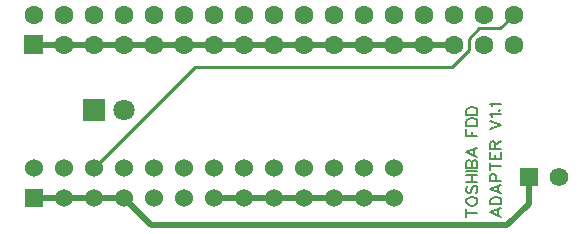
<source format=gtl>
G04 Layer: TopLayer*
G04 EasyEDA v6.5.5, 2022-06-09 08:05:29*
G04 69c24ae5296d417eb78979a02e7a08e9,9bf960991b9d4efa812b5d32ee5e6833,10*
G04 Gerber Generator version 0.2*
G04 Scale: 100 percent, Rotated: No, Reflected: No *
G04 Dimensions in millimeters *
G04 leading zeros omitted , absolute positions ,4 integer and 5 decimal *
%FSLAX45Y45*%
%MOMM*%

%ADD10C,0.2540*%
%ADD11C,0.5080*%
%ADD12C,0.2032*%
%ADD13C,1.8000*%
%ADD16C,1.6000*%
%ADD18C,1.5240*%
%ADD19R,1.5748X1.5748*%
%ADD20C,1.5748*%

%LPD*%
D12*
X5080761Y7067550D02*
G01*
X5176265Y7067550D01*
X5080761Y7035800D02*
G01*
X5080761Y7099554D01*
X5080761Y7156704D02*
G01*
X5085334Y7147560D01*
X5094224Y7138415D01*
X5103368Y7134097D01*
X5117084Y7129526D01*
X5139690Y7129526D01*
X5153406Y7134097D01*
X5162550Y7138415D01*
X5171693Y7147560D01*
X5176265Y7156704D01*
X5176265Y7174992D01*
X5171693Y7183881D01*
X5162550Y7193026D01*
X5153406Y7197597D01*
X5139690Y7202170D01*
X5117084Y7202170D01*
X5103368Y7197597D01*
X5094224Y7193026D01*
X5085334Y7183881D01*
X5080761Y7174992D01*
X5080761Y7156704D01*
X5094224Y7295895D02*
G01*
X5085334Y7286752D01*
X5080761Y7273036D01*
X5080761Y7255002D01*
X5085334Y7241286D01*
X5094224Y7232142D01*
X5103368Y7232142D01*
X5112511Y7236713D01*
X5117084Y7241286D01*
X5121656Y7250429D01*
X5130800Y7277608D01*
X5135118Y7286752D01*
X5139690Y7291323D01*
X5148834Y7295895D01*
X5162550Y7295895D01*
X5171693Y7286752D01*
X5176265Y7273036D01*
X5176265Y7255002D01*
X5171693Y7241286D01*
X5162550Y7232142D01*
X5080761Y7325868D02*
G01*
X5176265Y7325868D01*
X5080761Y7389368D02*
G01*
X5176265Y7389368D01*
X5126227Y7325868D02*
G01*
X5126227Y7389368D01*
X5080761Y7419339D02*
G01*
X5176265Y7419339D01*
X5080761Y7449312D02*
G01*
X5176265Y7449312D01*
X5080761Y7449312D02*
G01*
X5080761Y7490460D01*
X5085334Y7503921D01*
X5089906Y7508494D01*
X5098795Y7513065D01*
X5107940Y7513065D01*
X5117084Y7508494D01*
X5121656Y7503921D01*
X5126227Y7490460D01*
X5126227Y7449312D02*
G01*
X5126227Y7490460D01*
X5130800Y7503921D01*
X5135118Y7508494D01*
X5144261Y7513065D01*
X5157977Y7513065D01*
X5167122Y7508494D01*
X5171693Y7503921D01*
X5176265Y7490460D01*
X5176265Y7449312D01*
X5080761Y7579360D02*
G01*
X5176265Y7543037D01*
X5080761Y7579360D02*
G01*
X5176265Y7615681D01*
X5144261Y7556754D02*
G01*
X5144261Y7602220D01*
X5080761Y7715758D02*
G01*
X5176265Y7715758D01*
X5080761Y7715758D02*
G01*
X5080761Y7774939D01*
X5126227Y7715758D02*
G01*
X5126227Y7752079D01*
X5080761Y7804912D02*
G01*
X5176265Y7804912D01*
X5080761Y7804912D02*
G01*
X5080761Y7836662D01*
X5085334Y7850378D01*
X5094224Y7859521D01*
X5103368Y7864094D01*
X5117084Y7868412D01*
X5139690Y7868412D01*
X5153406Y7864094D01*
X5162550Y7859521D01*
X5171693Y7850378D01*
X5176265Y7836662D01*
X5176265Y7804912D01*
X5080761Y7898637D02*
G01*
X5176265Y7898637D01*
X5080761Y7898637D02*
G01*
X5080761Y7930387D01*
X5085334Y7944104D01*
X5094224Y7952994D01*
X5103368Y7957565D01*
X5117084Y7962137D01*
X5139690Y7962137D01*
X5153406Y7957565D01*
X5162550Y7952994D01*
X5171693Y7944104D01*
X5176265Y7930387D01*
X5176265Y7898637D01*
X5282184Y7072121D02*
G01*
X5377688Y7035800D01*
X5282184Y7072121D02*
G01*
X5377688Y7108444D01*
X5345938Y7049515D02*
G01*
X5345938Y7094981D01*
X5282184Y7138415D02*
G01*
X5377688Y7138415D01*
X5282184Y7138415D02*
G01*
X5282184Y7170420D01*
X5286756Y7183881D01*
X5295900Y7193026D01*
X5305043Y7197597D01*
X5318759Y7202170D01*
X5341365Y7202170D01*
X5355081Y7197597D01*
X5364225Y7193026D01*
X5373115Y7183881D01*
X5377688Y7170420D01*
X5377688Y7138415D01*
X5282184Y7268463D02*
G01*
X5377688Y7232142D01*
X5282184Y7268463D02*
G01*
X5377688Y7304786D01*
X5345938Y7245858D02*
G01*
X5345938Y7291323D01*
X5282184Y7335012D02*
G01*
X5377688Y7335012D01*
X5282184Y7335012D02*
G01*
X5282184Y7375905D01*
X5286756Y7389368D01*
X5291327Y7393939D01*
X5300472Y7398512D01*
X5314188Y7398512D01*
X5323077Y7393939D01*
X5327650Y7389368D01*
X5332222Y7375905D01*
X5332222Y7335012D01*
X5282184Y7460234D02*
G01*
X5377688Y7460234D01*
X5282184Y7428484D02*
G01*
X5282184Y7492237D01*
X5282184Y7522210D02*
G01*
X5377688Y7522210D01*
X5282184Y7522210D02*
G01*
X5282184Y7581137D01*
X5327650Y7522210D02*
G01*
X5327650Y7558531D01*
X5377688Y7522210D02*
G01*
X5377688Y7581137D01*
X5282184Y7611363D02*
G01*
X5377688Y7611363D01*
X5282184Y7611363D02*
G01*
X5282184Y7652258D01*
X5286756Y7665720D01*
X5291327Y7670292D01*
X5300472Y7674863D01*
X5309615Y7674863D01*
X5318759Y7670292D01*
X5323077Y7665720D01*
X5327650Y7652258D01*
X5327650Y7611363D01*
X5327650Y7643113D02*
G01*
X5377688Y7674863D01*
X5282184Y7774939D02*
G01*
X5377688Y7811262D01*
X5282184Y7847584D02*
G01*
X5377688Y7811262D01*
X5300472Y7877555D02*
G01*
X5295900Y7886700D01*
X5282184Y7900415D01*
X5377688Y7900415D01*
X5355081Y7934960D02*
G01*
X5359654Y7930387D01*
X5364225Y7934960D01*
X5359654Y7939531D01*
X5355081Y7934960D01*
X5300472Y7969504D02*
G01*
X5295900Y7978647D01*
X5282184Y7992110D01*
X5377688Y7992110D01*
D10*
X1927862Y7446977D02*
G01*
X2781505Y8300620D01*
X4960851Y8300620D01*
X5103878Y8443648D01*
X5103878Y8542200D01*
X5192321Y8630643D01*
X5368546Y8630643D01*
X5484878Y8746975D01*
D11*
X4467862Y7192977D02*
G01*
X4213862Y7192977D01*
X4213862Y7192977D02*
G01*
X3959862Y7192977D01*
X3959862Y7192977D02*
G01*
X3705862Y7192977D01*
X3705862Y7192977D02*
G01*
X3451862Y7192977D01*
X3451862Y7192977D02*
G01*
X3197862Y7192977D01*
X3197862Y7192977D02*
G01*
X2943862Y7192977D01*
X4976878Y8492975D02*
G01*
X4722878Y8492975D01*
X4722878Y8492975D02*
G01*
X4468878Y8492975D01*
X4468878Y8492975D02*
G01*
X4214878Y8492975D01*
X4214878Y8492975D02*
G01*
X3960878Y8492975D01*
X3960878Y8492975D02*
G01*
X3706878Y8492975D01*
X3706878Y8492975D02*
G01*
X3452878Y8492975D01*
X3452878Y8492975D02*
G01*
X3198878Y8492975D01*
X3198878Y8492975D02*
G01*
X2944878Y8492975D01*
X2944878Y8492975D02*
G01*
X2690878Y8492975D01*
X2690878Y8492975D02*
G01*
X2436878Y8492975D01*
X2436878Y8492975D02*
G01*
X2182878Y8492975D01*
X2182878Y8492975D02*
G01*
X1928878Y8492975D01*
X1928878Y8492975D02*
G01*
X1674878Y8492975D01*
X1674878Y8492975D02*
G01*
X1420878Y8492975D01*
X5610862Y7374384D02*
G01*
X5610862Y7146775D01*
X5425467Y6961380D01*
X2413459Y6961380D01*
X2181862Y7192977D01*
X2181862Y7192977D02*
G01*
X1927862Y7192977D01*
X1927862Y7192977D02*
G01*
X1673862Y7192977D01*
X1673862Y7192977D02*
G01*
X1419862Y7192977D01*
D13*
G01*
X2184400Y7937500D03*
G36*
X1840400Y8027499D02*
G01*
X2020399Y8027499D01*
X2020399Y7847500D01*
X1840400Y7847500D01*
G37*
G36*
X1340876Y8572982D02*
G01*
X1500875Y8572982D01*
X1500875Y8412982D01*
X1340876Y8412982D01*
G37*
D16*
G01*
X1420876Y8746982D03*
G01*
X1674876Y8492982D03*
G01*
X1674876Y8746982D03*
G01*
X1928876Y8492982D03*
G01*
X1928876Y8746982D03*
G01*
X2182875Y8492982D03*
G01*
X2182875Y8746982D03*
G01*
X2436875Y8492982D03*
G01*
X2436875Y8746982D03*
G01*
X2690875Y8492982D03*
G01*
X2690875Y8746982D03*
G01*
X2944875Y8492982D03*
G01*
X2944875Y8746982D03*
G01*
X3198875Y8492982D03*
G01*
X3198875Y8746982D03*
G01*
X3452875Y8492982D03*
G01*
X3452875Y8746982D03*
G01*
X3706875Y8492982D03*
G01*
X3706875Y8746982D03*
G01*
X3960875Y8492982D03*
G01*
X3960875Y8746982D03*
G01*
X4214875Y8492982D03*
G01*
X4214875Y8746982D03*
G01*
X4468875Y8492982D03*
G01*
X4468875Y8746982D03*
G01*
X4722875Y8492982D03*
G01*
X4722875Y8746982D03*
G01*
X4976875Y8492982D03*
G01*
X4976875Y8746982D03*
G01*
X5230875Y8492982D03*
G01*
X5230875Y8746982D03*
G01*
X5484875Y8492982D03*
G01*
X5484875Y8746982D03*
G36*
X1343660Y7269185D02*
G01*
X1496060Y7269185D01*
X1496060Y7116785D01*
X1343660Y7116785D01*
G37*
D18*
G01*
X1419860Y7446985D03*
G01*
X1673860Y7192985D03*
G01*
X1673860Y7446985D03*
G01*
X1927860Y7192985D03*
G01*
X1927860Y7446985D03*
G01*
X2181859Y7192985D03*
G01*
X2181859Y7446985D03*
G01*
X2435859Y7192985D03*
G01*
X2435859Y7446985D03*
G01*
X2689859Y7192985D03*
G01*
X2689859Y7446985D03*
G01*
X2943859Y7192985D03*
G01*
X2943859Y7446985D03*
G01*
X3197859Y7192985D03*
G01*
X3197859Y7446985D03*
G01*
X3451859Y7192985D03*
G01*
X3451859Y7446985D03*
G01*
X3705859Y7192985D03*
G01*
X3705859Y7446985D03*
G01*
X3959859Y7192985D03*
G01*
X3959859Y7446985D03*
G01*
X4213859Y7192985D03*
G01*
X4213859Y7446985D03*
G01*
X4467859Y7192985D03*
G01*
X4467859Y7446985D03*
D19*
G01*
X5610859Y7374381D03*
D20*
G01*
X5864859Y7374381D03*
M02*

</source>
